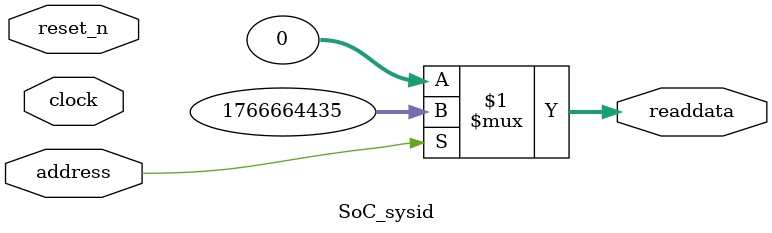
<source format=v>

`timescale 1ns / 1ps
// synthesis translate_on

// turn off superfluous verilog processor warnings 
// altera message_level Level1 
// altera message_off 10034 10035 10036 10037 10230 10240 10030 

module SoC_sysid (
               // inputs:
                address,
                clock,
                reset_n,

               // outputs:
                readdata
             )
;

  output  [ 31: 0] readdata;
  input            address;
  input            clock;
  input            reset_n;

  wire    [ 31: 0] readdata;
  //control_slave, which is an e_avalon_slave
  assign readdata = address ? 1766664435 : 0;

endmodule




</source>
